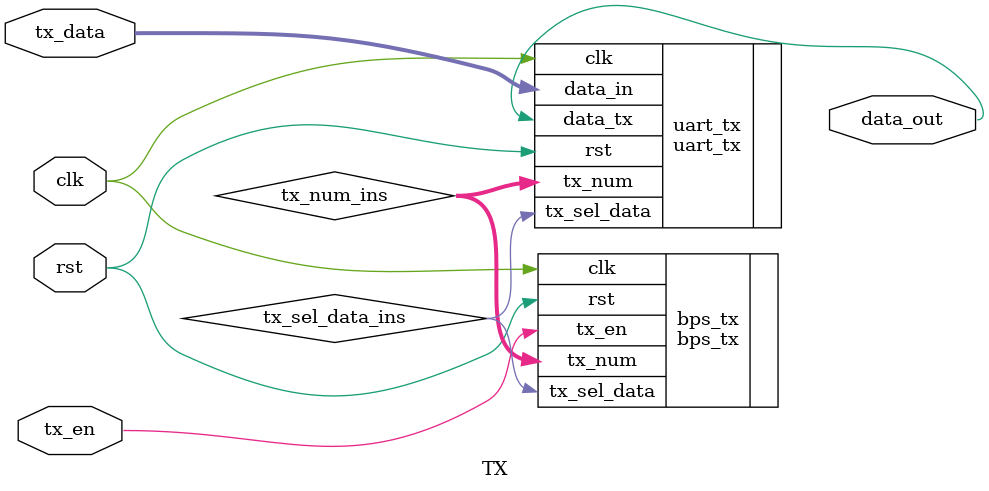
<source format=v>
`timescale 1ns / 1ps
module TX(
    input clk,
    input rst,
    input [7:0] tx_data,
    input tx_en,

    output data_out
    );

    wire tx_sel_data_ins;
    wire [3:0] tx_num_ins;

    bps_tx bps_tx(
    .clk(clk),
    .rst(rst),
    .tx_en(tx_en),

    .tx_sel_data(tx_sel_data_ins),
    .tx_num(tx_num_ins)
    );

    uart_tx uart_tx(
    .clk(clk),
    .rst(rst),
    .tx_num(tx_num_ins),
    .tx_sel_data(tx_sel_data_ins),
    .data_in(tx_data),

    .data_tx(data_out)
    );


endmodule

</source>
